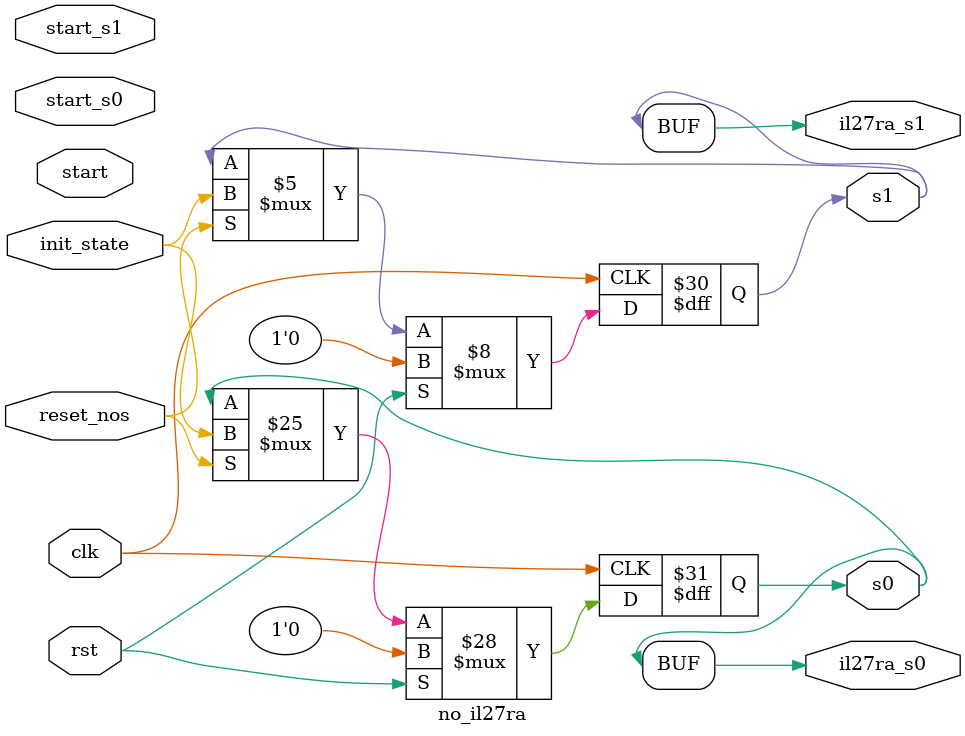
<source format=v>

module no_il27ra
(
  input clk,
  input start,
  input rst,
  input reset_nos,
  input start_s0,
  input start_s1,
  input init_state,
  output reg [1-1:0] s0,
  output reg [1-1:0] s1,
  output [1-1:0] il27ra_s0,
  output [1-1:0] il27ra_s1
);

  reg pass;

  always @(posedge clk) begin
    if(rst) begin
      s0 <= 1'd0;
      pass <= 1'b0;
    end else begin
      if(reset_nos) begin
        s0 <= init_state;
        pass <= 1;
      end else begin
        if(start_s0) begin
          if(pass) begin
            s0 <=  s0 ;
            pass <= 0;
          end else begin
            pass <= 1;
          end
        end 
      end
    end
  end


  always @(posedge clk) begin
    if(rst) begin
      s1 <= 1'd0;
    end else begin
      if(reset_nos) begin
        s1 <= init_state;
      end else begin
        if(start_s1) begin
          s1 <=  s1 ;
        end 
      end
    end
  end

  assign il27ra_s0 = s0;
  assign il27ra_s1 = s1;

endmodule

</source>
